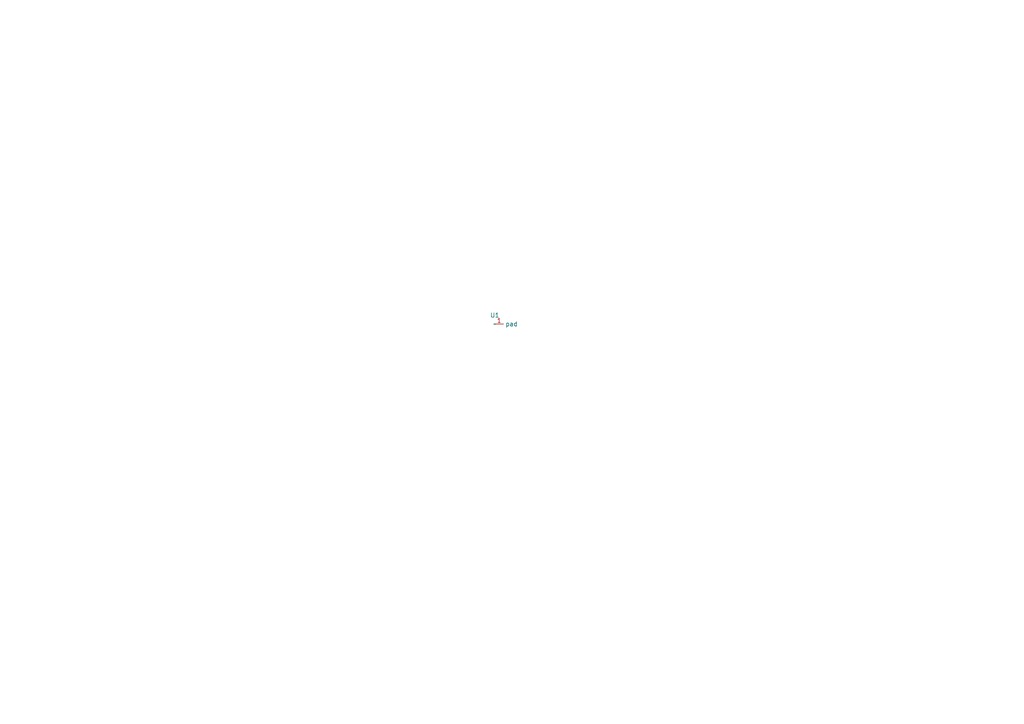
<source format=kicad_sch>
(kicad_sch (version 20230121) (generator eeschema)
  (paper "A4")
  (lib_symbols
    (symbol "jack_pad:jack_pad"
      (property "Reference" "U" (at 0 2.54 0))
      (symbol "jack_pad_1_1"
        (pin input line (at 0 0 0) (length 2.54) (name "pad") (number "1"))
      )
    )
  )
  (symbol (lib_id "jack_pad:jack_pad") (at 143.51 93.98 0) (unit 1)
    (property "Reference" "U1" (at 143.51 91.44 0))
    (property "Value" "~" (at 143.51 93.98 0))
    (property "Footprint" "Library:jack_pad" (effects hide))
  )
)
</source>
